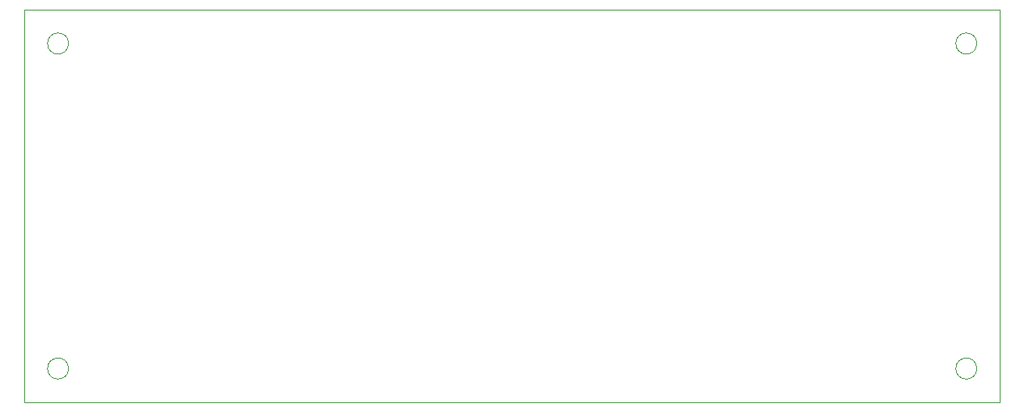
<source format=gbr>
%TF.GenerationSoftware,KiCad,Pcbnew,9.0.6-9.0.6~ubuntu24.04.1*%
%TF.CreationDate,2025-12-30T16:15:31+01:00*%
%TF.ProjectId,security-system,73656375-7269-4747-992d-73797374656d,0*%
%TF.SameCoordinates,Original*%
%TF.FileFunction,Profile,NP*%
%FSLAX46Y46*%
G04 Gerber Fmt 4.6, Leading zero omitted, Abs format (unit mm)*
G04 Created by KiCad (PCBNEW 9.0.6-9.0.6~ubuntu24.04.1) date 2025-12-30 16:15:31*
%MOMM*%
%LPD*%
G01*
G04 APERTURE LIST*
%TA.AperFunction,Profile*%
%ADD10C,0.038100*%
%TD*%
G04 APERTURE END LIST*
D10*
X129600000Y-69500000D02*
G75*
G02*
X127400000Y-69500000I-1100000J0D01*
G01*
X127400000Y-69500000D02*
G75*
G02*
X129600000Y-69500000I1100000J0D01*
G01*
X224600000Y-103500000D02*
G75*
G02*
X222400000Y-103500000I-1100000J0D01*
G01*
X222400000Y-103500000D02*
G75*
G02*
X224600000Y-103500000I1100000J0D01*
G01*
X129600000Y-103500000D02*
G75*
G02*
X127400000Y-103500000I-1100000J0D01*
G01*
X127400000Y-103500000D02*
G75*
G02*
X129600000Y-103500000I1100000J0D01*
G01*
X224600000Y-69500000D02*
G75*
G02*
X222400000Y-69500000I-1100000J0D01*
G01*
X222400000Y-69500000D02*
G75*
G02*
X224600000Y-69500000I1100000J0D01*
G01*
X125000000Y-66000000D02*
X125000000Y-107000000D01*
X227000000Y-66000000D02*
X125000000Y-66000000D01*
X227000000Y-107000000D02*
X227000000Y-66000000D01*
X125000000Y-107000000D02*
X227000000Y-107000000D01*
M02*

</source>
